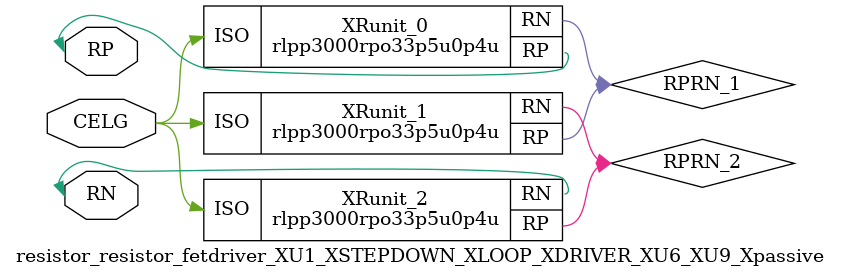
<source format=v>

module rlpp3000rpo33p5u0p4u (RP, RN, ISO);
inout RP;
inout RN;
input ISO;
endmodule

//Celera Confidential Do Not Copy resistor_resistor_fetdriver_XU1_XSTEPDOWN_XLOOP_XDRIVER_XU6_XU9_Xpassive
//Celera Confidential Symbol Generator
//RESISTOR:1000.00KOhm TYPE:poly DFT:no
module resistor_resistor_fetdriver_XU1_XSTEPDOWN_XLOOP_XDRIVER_XU6_XU9_Xpassive (RP,
CELG,
RN);
inout RP;
inout RN;
input CELG;

//Celera Confidential Do Not Copy Runit
rlpp3000rpo33p5u0p4u XRunit_0(
.RP (RP),
.RN (RPRN_1),
.ISO (CELG)
);
rlpp3000rpo33p5u0p4u XRunit_1(
.RP (RPRN_1),
.RN (RPRN_2),
.ISO (CELG)
);
rlpp3000rpo33p5u0p4u XRunit_2(
.RP (RPRN_2),
.RN (RN),
.ISO (CELG)
);

//Celera Confidential Do Not Copy //DieSize,rlpp3000rpo33p5u0p4u

//Die Size Calculator rlpp3000rpo33p5u0p4u
//,diesize,rlpp3000rpo33p5u0p4u,3

//Celera Confidential Do Not Copy Module End
//Celera Schematic Generator
endmodule

</source>
